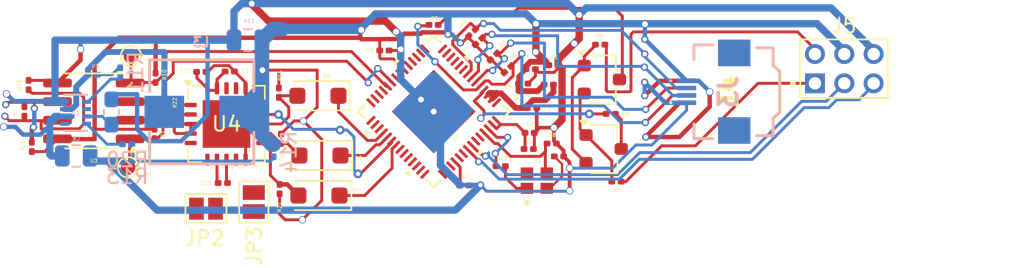
<source format=kicad_pcb>
(kicad_pcb (version 20240108) (generator "pcbnew") (generator_version "8.0")
  (layers (0 "F.Cu" signal) (31 "B.Cu" signal) (34 "B.Paste" user) (35 "F.Paste" user) (36 "B.SilkS" user "B.Silkscreen") (37 "F.SilkS" user "F.Silkscreen") (38 "B.Mask" user) (39 "F.Mask" user) (44 "Edge.Cuts" user))
  (net 0 "")
  (net 1 "/VDD3.3")
  (net 2 "GND")
  (net 3 "Net-(C12-Pad1)")
  (net 4 "/XTAL_N")
  (net 5 "Net-(R13-Pad2)")
  (net 7 "/SDA0")
  (net 8 "/GPIO0")
  (net 9 "/SCL1")
  (net 10 "/SDA1")
  (net 11 "Net-(Q1-Pad1)")
  (net 12 "Net-(Q1-Pad2)")
  (net 13 "Net-(Q1-Pad3)")
  (net 14 "Net-(Q2-Pad3)")
  (net 15 "/RX")
  (net 16 "/TX")
  (net 17 "A")
  (net 18 "B")
  (net 19 "Net-(R12-Pad1)")
  (net 20 "/XTAL_P")
  (net 21 "/DTR")
  (net 22 "/RTS")
  (net 23 "/CHIP_PU")
  (net 36 "/RX1")
  (net 48 "/TX1")
  (net 58 "Net-(C9-Pad1)")
  (net 59 "Net-(U2-SW)")
  (net 60 "Net-(U2-SS)")
  (net 61 "24V")
  (net 62 "Net-(U2-BST)")
  (net 63 "Net-(U2-FB)")
  (net 69 "/DE")
  (net 70 "/RE")
  (net 74 "Net-(JP3-B)")
  (net 75 "Net-(JP2-A)")
  (net 76 "Net-(D1-A)")
  (net 77 "Net-(D2-A)")
  (net 78 "/SCLK")
  (net 79 "/CS")
  (net 81 "Net-(D3-A)")
  (net 82 "Net-(JP1-C)")
  (net 83 "Net-(JP1-A)")
  (net 84 "Net-(JP3-A)")
  (net 85 "Net-(U4-ISENSOR)")
  (net 86 "Net-(U4-BIAS)")
  (net 87 "/MOSI")
  (net 89 "/MISO")
  (footprint "Resistor_SMD:R_0201_0603Metric" (layer "F.Cu") (at 135.4 100.21 180)
    (property "Reference" "R6")
    (property "Value" "10k" (hide yes))
  )
  (footprint "Resistor_SMD:R_0201_0603Metric" (layer "F.Cu") (at 96.44 102.97 90)
    (property "Reference" "R18" (hide yes))
    (property "Value" "20k" (hide yes))
  )
  (footprint "Resistor_SMD:R_0201_0603Metric" (layer "F.Cu") (at 128.136048 101.023952 45)
    (property "Reference" "R3" (hide yes))
    (property "Value" "10k" (hide yes))
  )
  (footprint "Resistor_SMD:R_0201_0603Metric" (layer "F.Cu") (at 105.094724 102.475276 -90)
    (property "Reference" "R10")
    (property "Value" "10K" (hide yes))
  )
  (footprint "Capacitor_SMD:C_0201_0603Metric" (layer "F.Cu") (at 132.1 106.96)
    (property "Reference" "C18" (hide yes))
    (property "Value" "0.1uF" (hide yes))
  )
  (footprint "Capacitor_SMD:C_0201_0603Metric" (layer "F.Cu") (at 108.21 102.07)
    (property "Reference" "C10")
    (property "Value" "0.1uF" (hide yes))
  )
  (footprint "Capacitor_SMD:C_0201_0603Metric" (layer "F.Cu") (at 130.755 104.53)
    (property "Reference" "C6" (hide yes))
    (property "Value" "0.1uF" (hide yes))
  )
  (footprint "digikey-footprints:ESP32 S3FN8_7X7_EXP-" (layer "F.Cu") (at 124.052739 104.779694 -135)
    (property "Reference" "U1")
    (property "Value" "ESP32-S3FN8" (hide yes))
  )
  (footprint "Capacitor_SMD:C_0201_0603Metric" (layer "F.Cu") (at 126.14 109.82)
    (property "Reference" "C7" (hide yes))
    (property "Value" "0.1uF" (hide yes))
  )
  (footprint "Jumper:SolderJumper-2_P1.3mm_Open_Pad1.0x1.5mm" (layer "F.Cu") (at 111.79 110.96 -90)
    (property "Reference" "JP3")
    (property "Value" "SolderJumper_2_Open" (hide yes))
  )
  (footprint "Diode_SMD:D_SOD-123F" (layer "F.Cu") (at 116.3 107.78 180)
    (property "Reference" "D2")
    (property "Value" "1N4148W" (hide yes))
  )
  (footprint "Package_TO_SOT_SMD:SC-59" (layer "F.Cu") (at 135.515 102.59)
    (property "Reference" "Q2" (hide yes))
    (property "Value" "L8050QLT1G" (hide yes))
  )
  (footprint "Capacitor_SMD:C_0201_0603Metric" (layer "F.Cu") (at 130.155 102.87)
    (property "Reference" "C5" (hide yes))
    (property "Value" "0.1uF" (hide yes))
  )
  (footprint "Capacitor_SMD:C_0201_0603Metric" (layer "F.Cu") (at 130.665 101.88)
    (property "Reference" "C2" (hide yes))
    (property "Value" "1uF" (hide yes))
  )
  (footprint "Package_SO:SOIC-8_3.9x4.9mm_P1.27mm" (layer "F.Cu") (at 100.885 104.735 180)
    (property "Reference" "U3")
    (property "Value" "THVD1420D" (hide yes))
  )
  (footprint "digikey-footprints:XTAL_ECS-400-10-37B2-CKM-TR" (layer "F.Cu") (at 131.085 109.495)
    (property "Reference" "Y2")
    (property "Value" "ECS-400-10-37B2-CKM-TR" (hide yes))
  )
  (footprint "Package_DFN_QFN:TQFN-20-1EP_5x5mm_P0.65mm_EP3.25x3.25mm" (layer "F.Cu") (at 109.93 105.6275)
    (property "Reference" "U4")
    (property "Value" "MAX31865xTP" (hide yes))
  )
  (footprint "Resistor_SMD:R_0201_0603Metric" (layer "F.Cu") (at 129.096048 101.893952 45)
    (property "Reference" "R2" (hide yes))
    (property "Value" "10k" (hide yes))
  )
  (footprint "Resistor_SMD:R_0201_0603Metric" (layer "F.Cu") (at 96.66 107.192776 90)
    (property "Reference" "R16")
    (property "Value" "20k" (hide yes))
  )
  (footprint "Resistor_SMD:R_0201_0603Metric" (layer "F.Cu") (at 105.024724 106.305276 -90)
    (property "Reference" "R1")
    (property "Value" "10K" (hide yes))
  )
  (footprint "Resistor_SMD:R_0201_0603Metric" (layer "F.Cu") (at 106.37 105.265 -90)
    (property "Reference" "R22")
    (property "Value" "400R" (hide yes))
  )
  (footprint "Capacitor_SMD:C_0201_0603Metric" (layer "F.Cu") (at 110.15 102.04)
    (property "Reference" "C11")
    (property "Value" "0.1uF" (hide yes))
  )
  (footprint "Inductor_SMD:L_0201_0603Metric" (layer "F.Cu") (at 131.895 102.94)
    (property "Reference" "L1" (hide yes))
    (property "Value" "2.0nH" (hide yes))
  )
  (footprint "Capacitor_SMD:C_0201_0603Metric" (layer "F.Cu") (at 109.68 109.6575)
    (property "Reference" "C13")
    (property "Value" "10uF" (hide yes))
  )
  (footprint "Resistor_SMD:R_0201_0603Metric" (layer "F.Cu") (at 96.154724 104.77 -90)
    (property "Reference" "R17" (hide yes))
    (property "Value" "120R" (hide yes))
  )
  (footprint "Resistor_SMD:R_0201_0603Metric" (layer "F.Cu") (at 128.62 108.51 180)
    (property "Reference" "R12" (hide yes))
    (property "Value" "22R" (hide yes))
  )
  (footprint "M22_2520305:HARWIN_M22-2520305" (layer "F.Cu") (at 152.04 101.85)
    (property "Reference" "J5")
    (property "Value" "M22-2520305")
  )
  (footprint "KiCad:FFC2B3504T" (layer "F.Cu") (at 144.465 103.42 90)
    (property "Reference" "J4")
    (property "Value" "FFC2B35-04-T" (hide yes))
  )
  (footprint "Resistor_SMD:R_0201_0603Metric" (layer "F.Cu") (at 113.5 103.49 -90)
    (property "Reference" "R15")
    (property "Value" "10k" (hide yes))
  )
  (footprint "TestPoint:TestPoint_Pad_D1.0mm" (layer "F.Cu") (at 103.42 101)
    (property "Reference" "TP3")
    (property "Value" "TestPoint" (hide yes))
  )
  (footprint "Resistor_SMD:R_0201_0603Metric" (layer "F.Cu") (at 136.12 104.94 180)
    (property "Reference" "R8")
    (property "Value" "0R" (hide yes))
  )
  (footprint "Resistor_SMD:R_0201_0603Metric" (layer "F.Cu") (at 113.64 106.635 -90)
    (property "Reference" "R19")
    (property "Value" "10k" (hide yes))
  )
  (footprint "TestPoint:TestPoint_Pad_D1.0mm" (layer "F.Cu") (at 103.22 108.59)
    (property "Reference" "TP1")
    (property "Value" "TestPoint" (hide yes))
  )
  (footprint "Diode_SMD:D_SOD-123F" (layer "F.Cu") (at 116.16 103.7 180)
    (property "Reference" "D3")
    (property "Value" "1N4148W" (hide yes))
  )
  (footprint "Resistor_SMD:R_0201_0603Metric" (layer "F.Cu") (at 126.67 99.39 45)
    (property "Reference" "R5" (hide yes))
    (property "Value" "10k" (hide yes))
  )
  (footprint "Package_TO_SOT_SMD:SC-59" (layer "F.Cu") (at 135.635 107.33)
    (property "Reference" "Q1" (hide yes))
    (property "Value" "L8050QLT1G" (hide yes))
  )
  (footprint "Diode_SMD:D_SOD-123F" (layer "F.Cu") (at 116.23 110.51 180)
    (property "Reference" "D1")
    (property "Value" "1N4148W" (hide yes))
  )
  (footprint "Resistor_SMD:R_0201_0603Metric" (layer "F.Cu") (at 113.55 110.075 90)
    (property "Reference" "R21")
    (property "Value" "10k" (hide yes))
  )
  (footprint "Capacitor_SMD:C_0201_0603Metric" (layer "F.Cu") (at 132.215 101.61)
    (property "Reference" "C1" (hide yes))
    (property "Value" "10uF" (hide yes))
  )
  (footprint "Resistor_SMD:R_0201_0603Metric" (layer "F.Cu") (at 127.126048 99.973952 45)
    (property "Reference" "R4" (hide yes))
    (property "Value" "10k" (hide yes))
  )
  (footprint "Jumper:SolderJumper-2_P1.3mm_Open_Pad1.0x1.5mm" (layer "F.Cu") (at 108.53 111.41)
    (property "Reference" "JP2")
    (property "Value" "SolderJumper_2_Open" (hide yes))
  )
  (footprint "Capacitor_SMD:C_0201_0603Metric" (layer "F.Cu") (at 130.53 107.34)
    (property "Reference" "C4" (hide yes))
    (property "Value" "10uF" (hide yes))
  )
  (footprint "Resistor_SMD:R_0201_0603Metric" (layer "F.Cu") (at 124.045 98.86 180)
    (property "Reference" "R9" (hide yes))
    (property "Value" "0R" (hide yes))
  )
  (footprint "Resistor_SMD:R_0201_0603Metric" (layer "F.Cu") (at 136.51 109.56 180)
    (property "Reference" "R7")
    (property "Value" "10k" (hide yes))
  )
  (footprint "Capacitor_SMD:C_0201_0603Metric" (layer "F.Cu") (at 130.595 106.23)
    (property "Reference" "C3" (hide yes))
    (property "Value" "1uF" (hide yes))
  )
  (footprint "Capacitor_SMD:C_0201_0603Metric" (layer "F.Cu") (at 120.695 100.61)
    (property "Reference" "C19" (hide yes))
    (property "Value" "0.1uF" (hide yes))
  )
  (footprint "Capacitor_SMD:C_0201_0603Metric" (layer "F.Cu") (at 132.595 107.84)
    (property "Reference" "C12" (hide yes))
    (property "Value" "0.1uF" (hide yes))
  )
  (footprint "Resistor_SMD:R_0201_0603Metric" (layer "B.Cu") (at 102.685 102.11 90)
    (property "Reference" "R11")
    (property "Value" "20R")
  )
  (footprint "Capacitor_SMD:C_0805_2012Metric" (layer "B.Cu") (at 111.39 99.9 180)
    (property "Reference" "C14")
    (property "Value" "44µF" (hide yes))
  )
  (footprint "HCI:WE-HCI_7050" (layer "B.Cu") (at 108.24 104.8 180)
    (property "Reference" "L3")
    (property "Value" "3.3µH" (hide yes))
  )
  (footprint "Resistor_SMD:R_0201_0603Metric" (layer "B.Cu") (at 113.14 107.5425 90)
    (property "Reference" "R14")
    (property "Value" "40.2K")
  )
  (footprint "KiCad:FFC2B3504T" (layer "B.Cu") (at 144.465 103.43 -90)
    (property "Reference" "J3")
    (property "Value" "FFC2B35-04-T" (hide yes))
  )
  (footprint "Capacitor_SMD:C_0201_0603Metric" (layer "B.Cu") (at 100.8275 102.26 180)
    (property "Reference" "C9")
    (property "Value" "1µF")
  )
  (footprint "Resistor_SMD:R_0201_0603Metric" (layer "B.Cu") (at 103.1575 107.01)
    (property "Reference" "R20")
    (property "Value" "20K")
  )
  (footprint "Resistor_SMD:R_0201_0603Metric" (layer "B.Cu") (at 103.1575 108.16)
    (property "Reference" "R13")
    (property "Value" "13K")
  )
  (footprint "Capacitor_SMD:C_0805_2012Metric" (layer "B.Cu") (at 99.685 107.81)
    (property "Reference" "C8")
    (property "Value" "22µF" (hide yes))
  )
  (footprint "Capacitor_SMD:C_0603_1608Metric_Pad1.08x0.95mm_HandSolder" (layer "B.Cu") (at 102.085 104.81 90)
    (property "Reference" "C25" (hide yes))
    (property "Value" "6.8nF" (hide yes))
  )
  (footprint "footprints12:SOT583_MP2393" (layer "B.Cu") (at 99.6343 104.860001)
    (property "Reference" "U2")
    (property "Value" "MP2393GTL-P" (hide yes))
  )
  (segment (start 131.02 100.695) (end 131 100.715) (width 0.3) (layer "F.Cu") (net 1))
  (segment (start 113.93 112.17) (end 115.1 112.17) (width 0.2) (layer "F.Cu") (net 1))
  (segment (start 120.375 99.915) (end 120.37 99.91) (width 0.2) (layer "F.Cu") (net 1))
  (segment (start 131.135 103.38) (end 131.575 102.94) (width 0.4) (layer "F.Cu") (net 1))
  (segment (start 119.04 99.27) (end 119.04 99.74) (width 0.3) (layer "F.Cu") (net 1))
  (segment (start 123.267107 99.37) (end 124.89 99.37) (width 0.3) (layer "F.Cu") (net 1))
  (segment (start 100.94 101.4) (end 100.94 106.66) (width 0.3) (layer "F.Cu") (net 1))
  (segment (start 126.899774 100.240226) (end 127.909774 101.250226) (width 0.2) (layer "F.Cu") (net 1))
  (segment (start 125.97 100.09) (end 126.443726 99.616274) (width 0.2) (layer "F.Cu") (net 1))
  (segment (start 105.094724 102.155276) (end 105.094724 99.75) (width 0.3) (layer "F.Cu") (net 1))
  (segment (start 130.275 106.23) (end 130.275 107.275) (width 0.2) (layer "F.Cu") (net 1))
  (segment (start 109.28 102.59) (end 109.83 102.04) (width 0.2) (layer "F.Cu") (net 1))
  (segment (start 126.443726 99.744178) (end 126.899774 100.200226) (width 0.2) (layer "F.Cu") (net 1))
  (segment (start 138.51 106.52) (end 138.51 106.485) (width 0.3) (layer "F.Cu") (net 1))
  (segment (start 127.909774 101.250226) (end 127.999774 101.250226) (width 0.2) (layer "F.Cu") (net 1))
  (segment (start 114.535 105.42) (end 113.64 106.315) (width 0.2) (layer "F.Cu") (net 1))
  (segment (start 105.094724 99.75) (end 105.104724 99.74) (width 0.3) (layer "F.Cu") (net 1))
  (segment (start 125.858453 109.781547) (end 125.858453 108.565307) (width 0.2) (layer "F.Cu") (net 1))
  (segment (start 100.905 106.665) (end 100.07 106.665) (width 0.3) (layer "F.Cu") (net 1))
  (segment (start 142.865 104.45) (end 142.865 103.43) (width 0.3) (layer "F.Cu") (net 1))
  (segment (start 120.45 99.83) (end 121.697106 99.83) (width 0.3) (layer "F.Cu") (net 1))
  (segment (start 128.653131 103.539665) (end 129.643466 104.53) (width 0.4) (layer "F.Cu") (net 1))
  (segment (start 122.067106 99.46) (end 123.177107 99.46) (width 0.3) (layer "F.Cu") (net 1))
  (segment (start 121.697106 99.83) (end 122.067106 99.46) (width 0.3) (layer "F.Cu") (net 1))
  (segment (start 127.999774 101.250226) (end 128.869774 102.120226) (width 0.2) (layer "F.Cu") (net 1))
  (segment (start 129.835 103.069999) (end 129.84 103.074999) (width 0.4) (layer "F.Cu") (net 1))
  (segment (start 100.91 106.66) (end 100.905 106.665) (width 0.2) (layer "F.Cu") (net 1))
  (segment (start 108.75 103.33) (end 109.28 103.33) (width 0.2) (layer "F.Cu") (net 1))
  (segment (start 129.835 102.87) (end 129.835 103.069999) (width 0.4) (layer "F.Cu") (net 1))
  (segment (start 98.22 106.76) (end 98.31 106.67) (width 0.2) (layer "F.Cu") (net 1))
  (segment (start 127.868016 103.51) (end 128.374374 103.51) (width 0.4) (layer "F.Cu") (net 1))
  (segment (start 129.643466 104.53) (end 130.435 104.53) (width 0.4) (layer "F.Cu") (net 1))
  (segment (start 119.04 99.74) (end 119.14 99.84) (width 0.3) (layer "F.Cu") (net 1))
  (segment (start 128.049591 103.894113) (end 128.404039 103.539665) (width 0.4) (layer "F.Cu") (net 1))
  (segment (start 107.91 102.17) (end 107.91 102.49) (width 0.2) (layer "F.Cu") (net 1))
  (segment (start 120.375 100.61) (end 120.375 99.915) (width 0.2) (layer "F.Cu") (net 1))
  (segment (start 105.024724 105.985276) (end 100.94 105.985276) (width 0.2) (layer "F.Cu") (net 1))
  (segment (start 121.301572 101.18) (end 120.45 101.18) (width 0.2) (layer "F.Cu") (net 1))
  (segment (start 124.89 99.37) (end 125.025 99.505) (width 0.3) (layer "F.Cu") (net 1))
  (segment (start 131.665 101.38) (end 130.645001 101.38) (width 0.4) (layer "F.Cu") (net 1))
  (segment (start 130.435 104.371544) (end 130.806544 104) (width 0.4) (layer "F.Cu") (net 1))
  (segment (start 126.899774 100.089774) (end 126.899774 100.200226) (width 0.2) (layer "F.Cu") (net 1))
  (segment (start 129.710275 105.665275) (end 128.615275 105.665275) (width 0.2) (layer "F.Cu") (net 1))
  (segment (start 115.17 105.42) (end 114.535 105.42) (width 0.2) (layer "F.Cu") (net 1))
  (segment (start 130.645001 101.38) (end 130.345 101.680001) (width 0.4) (layer "F.Cu") (net 1))
  (segment (start 125.858453 108.565307) (end 125.504005 108.210859) (width 0.2) (layer "F.Cu") (net 1))
  (segment (start 116.1 101.95) (end 116.11 101.96) (width 0.2) (layer "F.Cu") (net 1))
  (segment (start 120.45 101.18) (end 120.375 101.105) (width 0.2) (layer "F.Cu") (net 1))
  (segment (start 100.07 106.665) (end 98.375 106.665) (width 0.3) (layer "F.Cu") (net 1))
  (segment (start 131.665 101.38) (end 131.895 101.61) (width 0.4) (layer "F.Cu") (net 1))
  (segment (start 113.55 110.395) (end 113.55 111.79) (width 0.2) (layer "F.Cu") (net 1))
  (segment (start 128.324316 105.94) (end 128.049591 105.665275) (width 0.2) (layer "F.Cu") (net 1))
  (segment (start 130.345 101.88) (end 129.835 102.39) (width 0.3) (layer "F.Cu") (net 1))
  (segment (start 131 100.715) (end 131.665 101.38) (width 0.5) (layer "F.Cu") (net 1))
  (segment (start 119.14 99.84) (end 120.3 99.84) (width 0.3) (layer "F.Cu") (net 1))
  (segment (start 126.899774 100.200226) (end 126.899774 100.240226) (width 0.2) (layer "F.Cu") (net 1))
  (segment (start 126.443726 99.616274) (end 126.443726 99.744178) (width 0.3) (layer "F.Cu") (net 1))
  (segment (start 129.84 103.074999) (end 129.84 103.38) (width 0.4) (layer "F.Cu") (net 1))
  (segment (start 100.94 106.66) (end 100.91 106.66) (width 0.2) (layer "F.Cu") (net 1))
  (segment (start 116.42 110.85) (end 115.1 112.17) (width 0.2) (layer "F.Cu") (net 1))
  (segment (start 113.5 103.17) (end 113.5 101.99) (width 0.2) (layer "F.Cu") (net 1))
  (segment (start 102.6 99.74) (end 100.94 101.4) (width 0.3) (layer "F.Cu") (net 1))
  (segment (start 119.04 99.74) (end 105.104724 99.74) (width 0.3) (layer "F.Cu") (net 1))
  (segment (start 128.404039 103.539665) (end 128.653131 103.539665) (width 0.4) (layer "F.Cu") (net 1))
  (segment (start 128.374374 103.51) (end 128.404039 103.539665) (width 0.4) (layer "F.Cu") (net 1))
  (segment (start 130.806544 104) (end 131.67 104) (width 0.4) (layer "F.Cu") (net 1))
  (segment (start 113.55 111.79) (end 113.93 112.17) (width 0.2) (layer "F.Cu") (net 1))
  (segment (start 120.375 101.105) (end 120.375 100.61) (width 0.2) (layer "F.Cu") (net 1))
  (segment (start 122.035786 101.914214) (end 121.301572 101.18) (width 0.2) (layer "F.Cu") (net 1))
  (segment (start 96.66 107.512776) (end 97.537224 107.512776) (width 0.2) (layer "F.Cu") (net 1))
  (segment (start 138.51 106.485) (end 140.815 104.18) (width 0.3) (layer "F.Cu") (net 1))
  (segment (start 132.215 103.455) (end 132.215 102.94) (width 0.4) (layer "F.Cu") (net 1))
  (segment (start 125.87 100.09) (end 125.97 100.09) (width 0.3) (layer "F.Cu") (net 1))
  (segment (start 97.537224 107.512776) (end 98.41 106.64) (width 0.2) (layer "F.Cu") (net 1))
  (segment (start 128.34055 105.94) (end 128.324316 105.94) (width 0.2) (layer "F.Cu") (net 1))
  (segment (start 113.46 101.95) (end 112.38 101.95) (width 0.2) (layer "F.Cu") (net 1))
  (segment (start 140.815 104.18) (end 141.29 104.18) (width 0.3) (layer "F.Cu") (net 1))
  (segment (start 113.5 101.99) (end 113.46 101.95) (width 0.2) (layer "F.Cu") (net 1))
  (segment (start 116.11 104.48) (end 115.17 105.42) (width 0.2) (layer "F.Cu") (net 1))
  (segment (start 109.28 103.33) (end 109.28 102.59) (width 0.2) (layer "F.Cu") (net 1))
  (segment (start 130.275 107.275) (end 130.21 107.34) (width 0.2) (layer "F.Cu") (net 1))
  (segment (start 120.37 99.91) (end 120.45 99.83) (width 0.3) (layer "F.Cu") (net 1))
  (segment (start 113.46 101.95) (end 116.1 101.95) (width 0.2) (layer "F.Cu") (net 1))
  (segment (start 116.42 106.67) (end 116.42 110.85) (width 0.2) (layer "F.Cu") (net 1))
  (segment (start 125.82 109.82) (end 125.858453 109.781547) (width 0.2) (layer "F.Cu") (net 1))
  (segment (start 129.84 103.38) (end 131.135 103.38) (width 0.4) (layer "F.Cu") (net 1))
  (segment (start 120.3 99.84) (end 120.37 99.91) (width 0.3) (layer "F.Cu") (net 1))
  (segment (start 130.435 104.53) (end 130.435 104.371544) (width 0.4) (layer "F.Cu") (net 1))
  (segment (start 123.177107 99.46) (end 123.267107 99.37) (width 0.3) (layer "F.Cu") (net 1))
  (segment (start 131.67 104) (end 132.215 103.455) (width 0.4) (layer "F.Cu") (net 1))
  (segment (start 105.104724 99.74) (end 102.6 99.74) (width 0.3) (layer "F.Cu") (net 1))
  (segment (start 130.345 101.680001) (end 130.345 101.88) (width 0.4) (layer "F.Cu") (net 1))
  (segment (start 138.51 106.52) (end 140.795 106.52) (width 0.3) (layer "F.Cu") (net 1))
  (segment (start 116.11 101.96) (end 116.11 104.48) (width 0.2) (layer "F.Cu") (net 1))
  (segment (start 100.94 105.985276) (end 100.94 104.11) (width 0.2) (layer "F.Cu") (net 1))
  (segment (start 107.91 102.49) (end 108.75 103.33) (width 0.2) (layer "F.Cu") (net 1))
  (segment (start 128.615275 105.665275) (end 128.34055 105.94) (width 0.2) (layer "F.Cu") (net 1))
  (segment (start 140.795 106.52) (end 142.865 104.45) (width 0.3) (layer "F.Cu") (net 1))
  (segment (start 115.17 105.42) (end 116.42 106.67) (width 0.2) (layer "F.Cu") (net 1))
  (segment (start 127.766747 103.611269) (end 127.868016 103.51) (width 0.4) (layer "F.Cu") (net 1))
  (segment (start 129.835 102.39) (end 129.835 102.87) (width 0.3) (layer "F.Cu") (net 1))
  (segment (start 131.02 98.78) (end 131.02 100.695) (width 0.5) (layer "F.Cu") (net 1))
  (segment (start 130.275 106.23) (end 129.710275 105.665275) (width 0.2) (layer "F.Cu") (net 1))
  (segment (start 119.11 99.2) (end 119.04 99.27) (width 0.3) (layer "F.Cu") (net 1))
  (via (at 138.44 99.845) (size 0.5) (drill 0.3) (layers "F.Cu" "B.Cu") (net 1))
  (via (at 115.17 105.42) (size 0.5) (drill 0.4) (layers "F.Cu" "B.Cu") (net 1))
  (via (at 115.1 112.17) (size 0.5) (drill 0.4) (layers "F.Cu" "B.Cu") (net 1))
  (via (at 131 100.715) (size 0.5) (drill 0.4) (layers "F.Cu" "B.Cu") (net 1))
  (via (at 138.45 98.81) (size 0.5) (drill 0.4) (layers "F.Cu" "B.Cu") (net 1))
  (via (at 119.11 99.2) (size 0.5) (drill 0.4) (layers "F.Cu" "B.Cu") (net 1))
  (via (at 142.865 103.43) (size 0.5) (drill 0.4) (layers "F.Cu" "B.Cu") (net 1))
  (via (at 125.025 99.505) (size 0.5) (drill 0.3) (layers "F.Cu" "B.Cu") (net 1))
  (via (at 131.02 98.78) (size 0.5) (drill 0.4) (layers "F.Cu" "B.Cu") (net 1))
  (via (at 125.87 100.09) (size 0.5) (drill 0.3) (layers "F.Cu" "B.Cu") (net 1))
  (via (at 138.51 106.52) (size 0.5) (drill 0.3) (layers "F.Cu" "B.Cu") (net 1))
  (via (at 112.38 101.95) (size 0.5) (drill 0.4) (layers "F.Cu" "B.Cu") (net 1))
  (segment (start 130.35 98.11) (end 120.09 98.11) (width 0.5) (layer "B.Cu") (net 1))
  (segment (start 113.08 99.16) (end 113.71 99.16) (width 1) (layer "B.Cu") (net 1))
  (segment (start 131.02 98.78) (end 130.35 98.11) (width 0.5) (layer "B.Cu") (net 1))
  (segment (start 138.5 99.785) (end 138.44 99.845) (width 0.2) (layer "B.Cu") (net 1))
  (segment (start 142.865 103.43) (end 142.115 102.68) (width 0.3) (layer "B.Cu") (net 1))
  (segment (start 131.02 98.78) (end 138.42 98.78) (width 0.5) (layer "B.Cu") (net 1))
  (segment (start 138.48 98.78) (end 150.18 98.78) (width 0.5) (layer "B.Cu") (net 1))
  (segment (start 120.09 98.11) (end 119.24 98.96) (width 0.5) (layer "B.Cu") (net 1))
  (segment (start 141.285 102.68) (end 141.29 102.68) (width 0.3) (layer "B.Cu") (net 1))
  (segment (start 125.025 99.505) (end 125.025 98.125) (width 0.5) (layer "B.Cu") (net 1))
  (segment (start 125.025 99.505) (end 125.285 99.505) (width 0.3) (layer "B.Cu") (net 1))
  (segment (start 138.45 98.81) (end 138.45 99.735) (width 0.3) (layer "B.Cu") (net 1))
  (segment (start 110.79 104.8) (end 110.79 104.86) (width 0.3) (layer "B.Cu") (net 1))
  (segment (start 152.13 100.73) (end 152.36 100.73) (width 0.5) (layer "B.Cu") (net 1))
  (segment (start 113.0225 107.0325) (end 112.165 106.175) (width 1) (layer "B.Cu") (net 1))
  (segment (start 125.285 99.505) (end 125.87 100.09) (width 0.3) (layer "B.Cu") (net 1))
  (segment (start 119.05 99.14) (end 113.78 99.14) (width 0.7) (layer "B.Cu") (net 1))
  (segment (start 112.34 99.9) (end 113.08 99.16) (width 1) (layer "B.Cu") (net 1))
  (segment (start 138.44 99.845) (end 138.45 99.845) (width 0.3) (layer "B.Cu") (net 1))
  (segment (start 113.14 107.0325) (end 113.0225 107.0325) (width 1) (layer "B.Cu") (net 1))
  (segment (start 112.34 103.25) (end 110.79 104.8) (width 1) (layer "B.Cu") (net 1))
  (segment (start 150.18 98.78) (end 152.13 100.73) (width 0.5) (layer "B.Cu") (net 1))
  (segment (start 112.34 99.9) (end 112.34 103.25) (width 1) (layer "B.Cu") (net 1))
  (segment (start 138.42 98.78) (end 138.45 98.81) (width 0.5) (layer "B.Cu") (net 1))
  (segment (start 138.45 98.81) (end 138.48 98.78) (width 0.5) (layer "B.Cu") (net 1))
  (segment (start 138.45 99.735) (end 138.5 99.785) (width 0.3) (layer "B.Cu") (net 1))
  (segment (start 110.79 104.8) (end 112.165 106.175) (width 1) (layer "B.Cu") (net 1))
  (segment (start 112.34 106) (end 112.165 106.175) (width 1) (layer "B.Cu") (net 1))
  (segment (start 110.79 104.86) (end 110.865 104.86) (width 0.2) (layer "B.Cu") (net 1))
  (segment (start 110.79 104.8) (end 111.53 104.8) (width 1) (layer "B.Cu") (net 1))
  (segment (start 112.34 103.25) (end 112.34 106) (width 1) (layer "B.Cu") (net 1))
  (segment (start 138.45 99.845) (end 141.285 102.68) (width 0.3) (layer "B.Cu") (net 1))
  (segment (start 142.115 102.68) (end 141.29 102.68) (width 0.3) (layer "B.Cu") (net 1))
  (segment (start 130.915 107.275) (end 130.85 107.34) (width 0.2) (layer "F.Cu") (net 2))
  (segment (start 98.23 102.65) (end 98.41 102.83) (width 0.2) (layer "F.Cu") (net 2))
  (segment (start 120.76 98.6) (end 112.8 98.6) (width 0.5) (layer "F.Cu") (net 2))
  (segment (start 131.265 105.88) (end 131.075 106.07) (width 0.25) (layer "F.Cu") (net 2))
  (segment (start 111.23 108.065) (end 111.23 102.8) (width 0.2) (layer "F.Cu") (net 2))
  (segment (start 133.32 108.64) (end 133.32 110.31) (width 0.25) (layer "F.Cu") (net 2))
  (segment (start 99.98 100.53) (end 99.98 101.26) (width 0.3) (layer "F.Cu") (net 2))
  (segment (start 133.97 98.18) (end 133.97 99.79) (width 0.5) (layer "F.Cu") (net 2))
  (segment (start 99.98 101.26) (end 98.41 102.83) (width 0.3) (layer "F.Cu") (net 2))
  (segment (start 98.31 102.86) (end 98.28 102.83) (width 0.2) (layer "F.Cu") (net 2))
  (segment (start 133.97 99.79) (end 133.63 100.13) (width 0.5) (layer "F.Cu") (net 2))
  (segment (start 132.25 106.79) (end 132.25 105.88) (width 0.25) (layer "F.Cu") (net 2))
  (segment (start 111.23 104.3275) (end 109.93 105.6275) (width 0.2) (layer "F.Cu") (net 2))
  (segment (start 111.23 102.8) (end 110.47 102.04) (width 0.2) (layer "F.Cu") (net 2))
  (segment (start 133.32 110.31) (end 133.32 110.19) (width 0.2) (layer "F.Cu") (net 2))
  (segment (start 126.48 109.8) (end 126.46 109.82) (width 0.3) (layer "F.Cu") (net 2))
  (segment (start 132.915 107.455) (end 132.42 106.96) (width 0.25) (layer "F.Cu") (net 2))
  (segment (start 132.8 101.875) (end 132.645 101.72) (width 0.5) (layer "F.Cu") (net 2))
  (segment (start 130.985 101.88) (end 131.212036 102.107036) (width 0.2) (layer "F.Cu") (net 2))
  (segment (start 112.3675 104.3275) (end 111.23 104.3275) (width 0.2) (layer "F.Cu") (net 2))
  (segment (start 132.8 105.33) (end 132.8 101.875) (width 0.5) (layer "F.Cu") (net 2))
  (segment (start 110.087036 101.64) (end 110.47 102.022964) (width 0.2) (layer "F.Cu") (net 2))
  (segment (start 111.68 97.48) (end 111.64 97.48) (width 0.5) (layer "F.Cu") (net 2))
  (segment (start 127.24 109.8) (end 126.48 109.8) (width 0.3) (layer "F.Cu") (net 2))
  (segment (start 132.535 101.825) (end 132.535 101.61) (width 0.2) (layer "F.Cu") (net 2))
  (segment (start 138.44 103.695) (end 139.455 102.68) (width 0.3) (layer "F.Cu") (net 2))
  (segment (start 132.915 107.84) (end 132.915 107.455) (width 0.25) (layer "F.Cu") (net 2))
  (segment (start 121.72 100.61) (end 121.8 100.53) (width 0.2) (layer "F.Cu") (net 2))
  (segment (start 132.535 101.225) (end 133.63 100.13) (width 0.5) (layer "F.Cu") (net 2))
  (segment (start 133.32 108.64) (end 133.32 108.245) (width 0.25) (layer "F.Cu") (net 2))
  (segment (start 131.075 106.07) (end 130.915 106.23) (width 0.3) (layer "F.Cu") (net 2))
  (segment (start 108.55 102.17) (end 109.08 101.64) (width 0.2) (layer "F.Cu") (net 2))
  (segment (start 132.252964 102.107036) (end 132.535 101.825) (width 0.2) (layer "F.Cu") (net 2))
  (segment (start 130.475 102.87) (end 130.985 102.36) (width 0.2) (layer "F.Cu") (net 2))
  (segment (start 131.212036 102.107036) (end 132.252964 102.107036) (width 0.2) (layer "F.Cu") (net 2))
  (segment (start 109.08 101.64) (end 110.087036 101.64) (width 0.2) (layer "F.Cu") (net 2))
  (segment (start 96.44 102.65) (end 98.23 102.65) (width 0.2) (layer "F.Cu") (net 2))
  (segment (start 130.915 106.23) (end 130.915 107.275) (width 0.2) (layer "F.Cu") (net 2))
  (segment (start 130.985 102.36) (end 130.985 101.88) (width 0.2) (layer "F.Cu") (net 2))
  (segment (start 132.42 106.96) (end 132.25 106.79) (width 0.25) (layer "F.Cu") (net 2))
  (segment (start 131 104.605) (end 131.075 104.53) (width 0.25) (layer "F.Cu") (net 2))
  (segment (start 139.455 102.68) (end 141.29 102.68) (width 0.3) (layer "F.Cu") (net 2))
  (segment (start 110.47 102.022964) (end 110.47 102.04) (width 0.2) (layer "F.Cu") (net 2))
  (segment (start 131.075 104.53) (end 131.075 106.07) (width 0.25) (layer "F.Cu") (net 2))
  (segment (start 121.49 99.33) (end 120.76 98.6) (width 0.5) (layer "F.Cu") (net 2))
  (segment (start 132.25 105.88) (end 131.265 105.88) (width 0.25) (layer "F.Cu") (net 2))
  (segment (start 132.535 101.61) (end 132.535 101.225) (width 0.5) (layer "F.Cu") (net 2))
  (segment (start 132.645 101.72) (end 132.535 101.61) (width 0.2) (layer "F.Cu") (net 2))
  (segment (start 132.645 105.485) (end 132.8 105.33) (width 0.5) (layer "F.Cu") (net 2))
  (segment (start 121.015 100.61) (end 121.72 100.61) (width 0.2) (layer "F.Cu") (net 2))
  (segment (start 133.32 108.245) (end 132.915 107.84) (width 0.25) (layer "F.Cu") (net 2))
  (segment (start 112.8 98.6) (end 111.68 97.48) (width 0.5) (layer "F.Cu") (net 2))
  (segment (start 132.25 105.88) (end 132.645 105.485) (width 0.5) (layer "F.Cu") (net 2))
  (via (at 133.97 98.18) (size 0.5) (drill 0.4) (layers "F.Cu" "B.Cu") (net 2))
  (via (at 132.25 105.88) (size 0.5) (drill 0.4) (layers "F.Cu" "B.Cu") (net 2))
  (via (at 121.49 99.33) (size 0.5) (drill 0.4) (layers "F.Cu" "B.Cu") (net 2))
  (via (at 124.052739 104.779694) (size 0.5) (drill 0.4) (layers "F.Cu" "B.Cu") (net 2))
  (via (at 133.32 108.64) (size 0.5) (drill 0.4) (layers "F.Cu" "B.Cu") (net 2))
  (via (at 99.98 100.53) (size 0.5) (drill 0.4) (layers "F.Cu" "B.Cu") (net 2))
  (via (at 111.65 97.41) (size 0.5) (drill 0.4) (layers "F.Cu" "B.Cu") (net 2))
  (via (at 133.63 100.13) (size 0.5) (drill 0.4) (layers "F.Cu" "B.Cu") (net 2))
  (via (at 94.93 103.57) (size 0.5) (drill 0.4) (layers "F.Cu" "B.Cu") (net 2))
  (via (at 133.32 110.19) (size 0.5) (drill 0.4) (layers "F.Cu" "B.Cu") (net 2))
  (via (at 127.24 109.8) (size 0.5) (drill 0.3) (layers "F.Cu" "B.Cu") (net 2))
  (via (at 138.43 102.775) (size 0.5) (drill 0.3) (layers "F.Cu" "B.Cu") (net 2))
  (via (at 123.18 103.96) (size 0.5) (drill 0.4) (layers "F.Cu" "B.Cu") (net 2))
  (via (at 138.44 103.695) (size 0.5) (drill 0.3) (layers "F.Cu" "B.Cu") (net 2))
  (via (at 121.8 100.53) (size 0.5) (drill 0.4) (layers "F.Cu" "B.Cu") (net 2))
  (segment (start 99.98 99.92) (end 100 99.9) (width 0.3) (layer "B.Cu") (net 2))
  (segment (start 98.24 99.9) (end 98.24 103.91) (width 0.5) (layer "B.Cu") (net 2))
  (segment (start 137.825 107.07) (end 137.835 107.06) (width 0.2) (layer "B.Cu") (net 2))
  (segment (start 121.8 99.64) (end 121.8 102.526955) (width 0.5) (layer "B.Cu") (net 2))
  (segment (start 108.34 99.9) (end 100 99.9) (width 0.5) (layer "B.Cu") (net 2))
  (segment (start 138.43 102.775) (end 138.44 102.785) (width 0.3) (layer "B.Cu") (net 2))
  (segment (start 124.515 108.446969) (end 124.515 105.241955) (width 0.5) (layer "B.Cu") (net 2))
  (segment (start 110.44 97.93) (end 110.44 98.5) (width 0.5) (layer "B.Cu") (net 2))
  (segment (start 127.66 110.22) (end 127.24 109.8) (width 0.2) (layer "B.Cu") (net 2))
  (segment (start 121.8 102.526955) (end 121.8 102.58) (width 0.3) (layer "B.Cu") (net 2))
  (segment (start 110.94 97.43) (end 110.44 97.93) (width 0.5) (layer "B.Cu") (net 2))
  (segment (start 127.24 109.8) (end 125.53 111.51) (width 0.5) (layer "B.Cu") (net 2))
  (segment (start 110.44 98.3) (end 110.44 98.5) (width 0.2) (layer "B.Cu") (net 2))
  (segment (start 97.7 104.11) (end 97.67 104.08) (width 0.3) (layer "B.Cu") (net 2))
  (segment (start 125.868031 109.8) (end 124.515 108.446969) (width 0.5) (layer "B.Cu") (net 2))
  (segment (start 133.32 110.19) (end 133.29 110.22) (width 0.2) (layer "B.Cu") (net 2))
  (segment (start 154.17 100.73) (end 154.36 100.73) (width 0.5) (layer "B.Cu") (net 2))
  (segment (start 108.64 100) (end 108.64 105) (width 0.3) (layer "B.Cu") (net 2))
  (segment (start 100.82 107.81) (end 100.94 107.81) (width 0.3) (layer "B.Cu") (net 2))
  (segment (start 108.44 100) (end 108.54 99.9) (width 0.3) (layer "B.Cu") (net 2))
  (segment (start 100 99.9) (end 98.24 99.9) (width 0.5) (layer "B.Cu") (net 2))
  (segment (start 103.84 106) (end 103.84 103.6) (width 0.3) (layer "B.Cu") (net 2))
  (segment (start 110.44 99.9) (end 110.44 98.5) (width 0.5) (layer "B.Cu") (net 2))
  (segment (start 102.4325 103.6) (end 102.085 103.9475) (width 0.3) (layer "B.Cu") (net 2))
  (segment (start 108.64 105) (end 106.84 106.8) (width 0.3) (layer "B.Cu") (net 2))
  (segment (start 124.052739 104.779694) (end 124.129694 104.779694) (width 0.3) (layer "B.Cu") (net 2))
  (segment (start 133.29 110.22) (end 127.66 110.22) (width 0.2) (layer "B.Cu") (net 2))
  (segment (start 133.97 98.18) (end 134.45 97.7) (width 0.5) (layer "B.Cu") (net 2))
  (segment (start 103.84 103.6) (end 102.4325 103.6) (width 0.3) (layer "B.Cu") (net 2))
  (segment (start 124.515 105.241955) (end 124.052739 104.779694) (width 0.5) (layer "B.Cu") (net 2))
  (segment (start 121.8 102.58) (end 123.18 103.96) (width 0.5) (layer "B.Cu") (net 2))
  (segment (start 138.43 102.775) (end 139.835 104.18) (width 0.3) (layer "B.Cu") (net 2))
  (segment (start 94.93 103.57) (end 95.42 104.06) (width 0.3) (layer "B.Cu") (net 2))
  (segment (start 127.24 109.8) (end 125.868031 109.8) (width 0.3) (layer "B.Cu") (net 2))
  (segment (start 108.54 99.9) (end 110.44 99.9) (width 0.5) (layer "B.Cu") (net 2))
  (segment (start 134.45 97.7) (end 151.14 97.7) (width 0.5) (layer "B.Cu") (net 2))
  (segment (start 102.75 108.16) (end 101.84 108.16) (width 0.5) (layer "B.Cu") (net 2))
  (segment (start 141.29 104.695) (end 141.29 104.18) (width 0.2) (layer "B.Cu") (net 2))
  (segment (start 136.255 108.64) (end 137.835 107.06) (width 0.2) (layer "B.Cu") (net 2))
  (segment (start 100.985 108.16) (end 100.635 107.81) (width 0.4) (layer "B.Cu") (net 2))
  (segment (start 133.32 108.64) (end 136.255 108.64) (width 0.2) (layer "B.Cu") (net 2))
  (segment (start 108.34 99.9) (end 108.44 100) (width 0.3) (layer "B.Cu") (net 2))
  (segment (start 110.96 97.41) (end 110.94 97.43) (width 0.5) (layer "B.Cu") (net 2))
  (segment (start 121.49 99.33) (end 121.8 99.64) (width 0.5) (layer "B.Cu") (net 2))
  (segment (start 151.14 97.7) (end 154.17 100.73) (width 0.5) (layer "B.Cu") (net 2))
  (segment (start 104.64 106.8) (end 103.84 106) (width 0.3) (layer "B.Cu") (net 2))
  (segment (start 137.835 107.06) (end 138.925 107.06) (width 0.2) (layer "B.Cu") (net 2))
  (segment (start 99.98 100.53) (end 99.98 99.92) (width 0.3) (layer "B.Cu") (net 2))
  (segment (start 138.44 102.785) (end 138.44 103.695) (width 0.3) (layer "B.Cu") (net 2))
  (segment (start 133.2 97.41) (end 110.96 97.41) (width 0.5) (layer "B.Cu") (net 2))
  (segment (start 95.42 104.06) (end 98.37 104.06) (width 0.3) (layer "B.Cu") (net 2))
  (segment (start 101.84 108.16) (end 100.985 108.16) (width 0.5) (layer "B.Cu") (net 2))
  (segment (start 138.925 107.06) (end 141.29 104.695) (width 0.2) (layer "B.Cu") (net 2))
  (segment (start 133.97 98.18) (end 133.2 97.41) (width 0.5) (layer "B.Cu") (net 2))
  (segment (start 139.835 104.18) (end 141.29 104.18) (width 0.3) (layer "B.Cu") (net 2))
  (segment (start 98.885 104.11) (end 97.7 104.11) (width 0.5) (layer "B.Cu") (net 2))
  (segment (start 105.19 111.51) (end 101.84 108.16) (width 0.5) (layer "B.Cu") (net 2))
  (segment (start 125.53 111.51) (end 105.19 111.51) (width 0.5) (layer "B.Cu") (net 2))
  (segment (start 106.84 106.8) (end 104.64 106.8) (width 0.3) (layer "B.Cu") (net 2))
  (segment (start 108.64 100) (end 108.44 100) (width 0.3) (layer "B.Cu") (net 2))
  (segment (start 132.275 107.84) (end 132.8 108.365) (width 0.15) (layer "F.Cu") (net 3))
  (segment (start 132.8 108.365) (end 132.8 109.2) (width 0.15) (layer "F.Cu") (net 3))
  (segment (start 132.8 109.2) (end 131.98 110.02) (width 0.15) (layer "F.Cu") (net 3))
  (segment (start 131.98 110.02) (end 131.76 110.02) (width 0.15) (layer "F.Cu") (net 3))
  (segment (start 131.33 107.84) (end 129.298947 107.84) (width 0.2) (layer "F.Cu") (net 4))
  (segment (start 131.76 108.97) (end 131.66 108.87) (width 0.2) (layer "F.Cu") (net 4))
  (segment (start 131.67 107.5) (end 131.33 107.84) (width 0.2) (layer "F.Cu") (net 4))
  (segment (start 131.66 107.51) (end 131.67 107.5) (width 0.2) (layer "F.Cu") (net 4))
  (segment (start 128.418947 106.96) (end 128.212944 106.96) (width 0.2) (layer "F.Cu") (net 4))
  (segment (start 131.67 107.07) (end 131.78 106.96) (width 0.2) (layer "F.Cu") (net 4))
  (segment (start 129.298947 107.84) (end 128.418947 106.96) (width 0.2) (layer "F.Cu") (net 4))
  (segment (start 128.212944 106.96) (end 127.483905 106.230961) (width 0.2) (layer "F.Cu") (net 4))
  (segment (start 131.67 107.5) (end 131.67 107.07) (width 0.2) (layer "F.Cu") (net 4))
  (segment (start 131.66 108.87) (end 131.66 107.51) (width 0.2) (layer "F.Cu") (net 4))
  (segment (start 113.14 107.95) (end 113.18 107.95) (width 0.2) (layer "B.Cu") (net 5))
  (segment (start 113.14 107.95) (end 112.93 108.16) (width 0.2) (layer "B.Cu") (net 5))
  (segment (start 112.93 108.16) (end 103.565 108.16) (width 0.2) (layer "B.Cu") (net 5))
  (segment (start 113.18 107.95) (end 113.19 107.96) (width 0.2) (layer "B.Cu") (net 5))
  (segment (start 103.565 108.16) (end 103.565 107.01) (width 0.2) (layer "B.Cu") (net 5))
  (segment (start 128.87 101.17) (end 128.734644 101.17) (width 0.2) (layer "F.Cu") (net 7))
  (segment (start 128.734644 101.17) (end 128.362322 100.797678) (width 0.2) (layer "F.Cu") (net 7))
  (segment (start 127.710958 101.97) (end 126.918218 102.76274) (width 0.2) (layer "F.Cu") (net 7))
  (segment (start 128.602322 100.797678) (end 128.362322 100.797678) (width 0.2) (layer "F.Cu") (net 7))
  (segment (start 138.5 104.63) (end 139.95 103.18) (width 0.2) (layer "F.Cu") (net 7))
  (segment (start 128.07 101.97) (end 127.710958 101.97) (width 0.2) (layer "F.Cu") (net 7))
  (segment (start 139.95 103.18) (end 141.29 103.18) (width 0.2) (layer "F.Cu") (net 7))
  (segment (start 129.3 100.1) (end 128.602322 100.797678) (width 0.2) (layer "F.Cu") (net 7))
  (via (at 138.5 104.63) (size 0.5) (drill 0.3) (layers "F.Cu" "B.Cu") (net 7))
  (via (at 129.3 100.1) (size 0.5) (drill 0.3) (layers "F.Cu" "B.Cu") (net 7))
  (via (at 128.87 101.17) (size 0.5) (drill 0.3) (layers "F.Cu" "B.Cu") (net 7))
  (via (at 128.07 101.97) (size 0.5) (drill 0.3) (layers "F.Cu" "B.Cu") (net 7))
  (segment (start 131.6 100.1) (end 131.6 103.8) (width 0.2) (layer "B.Cu") (net 7))
  (segment (start 137.01 104.63) (end 138.5 104.63) (width 0.2) (layer "B.Cu") (net 7))
  (segment (start 136.18 103.8) (end 137.01 104.63) (width 0.2) (layer "B.Cu") (net 7))
  (segment (start 131.6 103.8) (end 136.18 103.8) (width 0.2) (layer "B.Cu") (net 7))
  (segment (start 129.3 100.1) (end 131.6 100.1) (width 0.2) (layer "B.Cu") (net 7))
  (segment (start 128.07 101.97) (end 128.87 101.17) (width 0.2) (layer "B.Cu") (net 7))
  (segment (start 128.023464 102.91) (end 128.89 102.91) (width 0.2) (layer "F.Cu") (net 8))
  (segment (start 129.463743 101.809099) (end 129.322322 101.667678) (width 0.2) (layer "F.Cu") (net 8))
  (segment (start 127.201062 103.045586) (end 127.55551 102.691138) (width 0.2) (layer "F.Cu") (net 8))
  (segment (start 123.01 98.92) (end 123.705 98.92) (width 0.2) (layer "F.Cu") (net 8))
  (segment (start 130.06 100.82) (end 130.06 100.93) (width 0.2) (layer "F.Cu") (net 8))
  (segment (start 129.463743 102.336257) (end 129.463743 101.809099) (width 0.2) (layer "F.Cu") (net 8))
  (segment (start 140.33 103.68) (end 141.29 103.68) (width 0.2) (layer "F.Cu") (net 8))
  (segment (start 127.55551 102.691138) (end 127.804602 102.691138) (width 0.2) (layer "F.Cu") (net 8))
  (segment (start 126.070031 103.300031) (end 124.14 101.37) (width 0.2) (layer "F.Cu") (net 8))
  (segment (start 130.06 100.93) (end 129.322322 101.667678) (width 0.2) (layer "F.Cu") (net 8))
  (segment (start 122.97 98.96) (end 123.01 98.92) (width 0.2) (layer "F.Cu") (net 8))
  (segment (start 127.804602 102.691138) (end 128.023464 102.91) (width 0.2) (layer "F.Cu") (net 8))
  (segment (start 128.89 102.91) (end 129.463743 102.336257) (width 0.2) (layer "F.Cu") (net 8))
  (segment (start 138.48 105.53) (end 140.33 103.68) (width 0.2) (layer "F.Cu") (net 8))
  (segment (start 122.97 98.96) (end 122.97 98.81) (width 0.2) (layer "F.Cu") (net 8))
  (segment (start 126.946617 103.300031) (end 126.070031 103.300031) (width 0.2) (layer "F.Cu") (net 8))
  (segment (start 123.705 98.92) (end 123.795 98.83) (width 0.2) (layer "F.Cu") (net 8))
  (segment (start 127.201063 103.045585) (end 126.946617 103.300031) (width 0.2) (layer "F.Cu") (net 8))
  (via (at 124.14 101.37) (size 0.5) (drill 0.3) (layers "F.Cu" "B.Cu") (net 8))
  (via (at 138.48 105.53) (size 0.5) (drill 0.3) (layers "F.Cu" "B.Cu") (net 8))
  (via (at 122.97 98.96) (size 0.5) (drill 0.3) (layers "F.Cu" "B.Cu") (net 8))
  (via (at 130.06 100.82) (size 0.5) (drill 0.3) (layers "F.Cu" "B.Cu") (net 8))
  (segment (start 136.81 105.53) (end 135.67 104.39) (width 0.2) (layer "B.Cu") (net 8))
  (segment (start 130.06 100.82) (end 130.06 104.26) (width 0.2) (layer "B.Cu") (net 8))
  (segment (start 122.97 98.96) (end 122.97 100.2) (width 0.2) (layer "B.Cu") (net 8))
  (segment (start 135.67 104.39) (end 130.21 104.39) (width 0.2) (layer "B.Cu") (net 8))
  (segment (start 138.48 105.53) (end 136.81 105.53) (width 0.2) (layer "B.Cu") (net 8))
  (segment (start 130.1 100.86) (end 130.06 100.82) (width 0.2) (layer "B.Cu") (net 8))
  (segment (start 130.06 104.26) (end 130.2 104.4) (width 0.2) (layer "B.Cu") (net 8))
  (segment (start 122.97 100.2) (end 124.14 101.37) (width 0.2) (layer "B.Cu") (net 8))
  (segment (start 127.07 101.23) (end 127.10698 101.26698) (width 0.2) (layer "F.Cu") (net 9))
  (segment (start 127.10698 101.26698) (end 127.10698 102.008294) (width 0.2) (layer "F.Cu") (net 9))
  (segment (start 127.87 100.29) (end 127.87 100.265356) (width 0.2) (layer "F.Cu") (net 9))
  (segment (start 127.87 100.265356) (end 127.352322 99.747678) (width 0.2) (layer "F.Cu") (net 9))
  (segment (start 127.6 99.5) (end 127.352322 99.747678) (width 0.2) (layer "F.Cu") (net 9))
  (segment (start 127.10698 102.008294) (end 126.635376 102.479898) (width 0.2) (layer "F.Cu") (net 9))
  (segment (start 128.02 99.5) (end 127.6 99.5) (width 0.2) (layer "F.Cu") (net 9))
  (via (at 127.87 100.29) (size 0.5) (drill 0.3) (layers "F.Cu" "B.Cu") (net 9))
  (via (at 128.02 99.5) (size 0.5) (drill 0.3) (layers "F.Cu" "B.Cu") (net 9))
  (via (at 127.07 101.23) (size 0.5) (drill 0.3) (layers "F.Cu" "B.Cu") (net 9))
  (via (at 138.415 101.74) (size 0.5) (drill 0.3) (layers "F.Cu" "B.Cu") (net 9))
  (segment (start 138.415 101.74) (end 140.355 103.68) (width 0.2) (layer "B.Cu") (net 9))
  (segment (start 140.355 103.68) (end 141.29 103.68) (width 0.2) (layer "B.Cu") (net 9))
  (segment (start 132.5 101.68) (end 132.51 101.69) (width 0.2) (layer "B.Cu") (net 9))
  (segment (start 127.07 101.23) (end 127.07 101.09) (width 0.2) (layer "B.Cu") (net 9))
  (segment (start 138.365 101.69) (end 138.415 101.74) (width 0.2) (layer "B.Cu") (net 9))
  (segment (start 132.5 99.61) (end 132.5 101.68) (width 0.2) (layer "B.Cu") (net 9))
  (segment (start 138.35 101.675) (end 138.415 101.74) (width 0.2) (layer "B.Cu") (net 9))
  (segment (start 138.305 101.63) (end 138.415 101.74) (width 0.2) (layer "B.Cu") (net 9))
  (segment (start 128.12 99.6) (end 132.49 99.6) (width 0.2) (layer "B.Cu") (net 9))
  (segment (start 132.49 99.6) (end 132.5 99.61) (width 0.2) (layer "B.Cu") (net 9))
  (segment (start 128.02 99.5) (end 128.12 99.6) (width 0.2) (layer "B.Cu") (net 9))
  (segment (start 132.51 101.69) (end 138.365 101.69) (width 0.2) (layer "B.Cu") (net 9))
  (segment (start 127.07 101.09) (end 127.87 100.29) (width 0.2) (layer "B.Cu") (net 9))
  (segment (start 126.606983 101.46338) (end 126.606983 101.942607) (width 0.2) (layer "F.Cu") (net 10))
  (segment (start 126.606983 101.942607) (end 126.352534 102.197056) (width 0.2) (layer "F.Cu") (net 10))
  (segment (start 125.35 100.206397) (end 126.606983 101.46338) (width 0.2) (layer "F.Cu") (net 10))
  (segment (start 127.29 98.77) (end 126.896274 99.163726) (width 0.2) (layer "F.Cu") (net 10))
  (segment (start 126.896274 99.163726) (end 126.896274 99.066274) (width 0.2) (layer "F.Cu") (net 10))
  (segment (start 125.35 99.96) (end 125.35 100.206397) (width 0.2) (layer "F.Cu") (net 10))
  (segment (start 127.45 98.77) (end 127.29 98.77) (width 0.2) (layer "F.Cu") (net 10))
  (segment (start 126.54 98.77) (end 125.35 99.96) (width 0.2) (layer "F.Cu") (net 10))
  (segment (start 126.896274 99.066274) (end 126.6 98.77) (width 0.2) (layer "F.Cu") (net 10))
  (segment (start 126.6 98.77) (end 126.54 98.77) (width 0.2) (layer "F.Cu") (net 10))
  (via (at 127.45 98.77) (size 0.5) (drill 0.3) (layers "F.Cu" "B.Cu") (net 10))
  (via (at 138.44 100.845) (size 0.5) (drill 0.3) (layers "F.Cu" "B.Cu") (net 10))
  (segment (start 128.596397 99.23) (end 136.825 99.23) (width 0.2) (layer "B.Cu") (net 10))
  (segment (start 136.825 99.23) (end 138.44 100.845) (width 0.2) (layer "B.Cu") (net 10))
  (segment (start 140.59 103.18) (end 141.29 103.18) (width 0.2) (layer "B.Cu") (net 10))
  (segment (start 138.44 100.845) (end 138.44 100.875) (width 0.3) (layer "B.Cu") (net 10))
  (segment (start 128.136397 98.77) (end 128.596397 99.23) (width 0.2) (layer "B.Cu") (net 10))
  (segment (start 138.44 100.845) (end 138.44 101.03) (width 0.2) (layer "B.Cu") (net 10))
  (segment (start 127.45 98.77) (end 128.136397 98.77) (width 0.2) (layer "B.Cu") (net 10))
  (segment (start 138.44 101.03) (end 140.59 103.18) (width 0.2) (layer "B.Cu") (net 10))
  (segment (start 134.435 106.38) (end 134.03 105.975) (width 0.2) (layer "F.Cu") (net 11))
  (segment (start 136.19 108.135) (end 134.435 106.38) (width 0.2) (layer "F.Cu") (net 11))
  (segment (start 136.19 109.56) (end 136.19 108.135) (width 0.2) (layer "F.Cu") (net 11))
  (segment (start 134.03 103.825) (end 134.315 103.54) (width 0.2) (layer "F.Cu") (net 11))
  (segment (start 134.03 105.975) (end 134.03 103.825) (width 0.2) (layer "F.Cu") (net 11))
  (segment (start 133.5 107.345) (end 133.5 102.455) (width 0.2) (layer "F.Cu") (net 12))
  (segment (start 133.5 102.455) (end 134.315 101.64) (width 0.2) (layer "F.Cu") (net 12))
  (segment (start 134.435 108.28) (end 133.5 107.345) (width 0.2) (layer "F.Cu") (net 12))
  (segment (start 134.315 101.02) (end 135.115 100.22) (width 0.2) (layer "F.Cu") (net 12))
  (segment (start 134.315 101.64) (end 134.315 101.02) (width 0.2) (layer "F.Cu") (net 12))
  (segment (start 136.835 107.33) (end 136.835 105.335) (width 0.2) (layer "F.Cu") (net 13))
  (segment (start 136.835 105.335) (end 136.44 104.94) (width 0.2) (layer "F.Cu") (net 13))
  (segment (start 136.38 97.73) (end 129.8 97.73) (width 0.2) (layer "F.Cu") (net 14))
  (segment (start 129.32 98.21) (end 125.13 98.21) (width 0.2) (layer "F.Cu") (net 14))
  (segment (start 136.91 102.395) (end 136.715 102.59) (width 0.3) (layer "F.Cu") (net 14))
  (segment (start 136.91 102.395) (end 136.91 98.26) (width 0.2) (layer "F.Cu") (net 14))
  (segment (start 136.91 98.26) (end 136.38 97.73) (width 0.2) (layer "F.Cu") (net 14))
  (segment (start 125.045 98.22) (end 124.435 98.83) (width 0.2) (layer "F.Cu") (net 14))
  (segment (start 125.13 98.21) (end 125.12 98.22) (width 0.2) (layer "F.Cu") (net 14))
  (segment (start 129.8 97.73) (end 129.32 98.21) (width 0.2) (layer "F.Cu") (net 14))
  (segment (start 125.12 98.22) (end 125.045 98.22) (width 0.2) (layer "F.Cu") (net 14))
  (segment (start 127.453938 107.7) (end 127.25589 107.7) (width 0.2) (layer "F.Cu") (net 15))
  (segment (start 127.25589 107.7) (end 126.802945 107.247055) (width 0.2) (layer "F.Cu") (net 15))
  (segment (start 127.576055 107.822117) (end 127.453938 107.7) (width 0.2) (layer "F.Cu") (net 15))
  (via (at 127.576055 107.822117) (size 0.5) (drill 0.3) (layers "F.Cu" "B.Cu") (net 15))
  (segment (start 127.576055 107.822117) (end 127.802513 107.595659) (width 0.2) (layer "B.Cu") (net 15))
  (segment (start 127.802513 107.595659) (end 127.802513 107.828492) (width 0.2) (layer "B.Cu") (net 15))
  (segment (start 127.802513 107.828492) (end 129.064021 109.09) (width 0.2) (layer "B.Cu") (net 15))
  (segment (start 150.81 104.08) (end 152.04 102.85) (width 0.2) (layer "B.Cu") (net 15))
  (segment (start 129.064021 109.09) (end 136.59 109.09) (width 0.2) (layer "B.Cu") (net 15))
  (segment (start 145.63 107.58) (end 149.13 104.08) (width 0.2) (layer "B.Cu") (net 15))
  (segment (start 138.1 107.58) (end 145.63 107.58) (width 0.2) (layer "B.Cu") (net 15))
  (segment (start 149.13 104.08) (end 150.81 104.08) (width 0.2) (layer "B.Cu") (net 15))
  (segment (start 136.59 109.09) (end 138.1 107.58) (width 0.2) (layer "B.Cu") (net 15))
  (segment (start 127.11 108.2) (end 127.11 108.119796) (width 0.2) (layer "F.Cu") (net 16))
  (segment (start 127.11 108.119796) (end 126.352535 107.362331) (width 0.2) (layer "F.Cu") (net 16))
  (via (at 127.11 108.2) (size 0.5) (drill 0.3) (layers "F.Cu" "B.Cu") (net 16))
  (segment (start 150.99 104.51) (end 151.53 103.97) (width 0.2) (layer "B.Cu") (net 16))
  (segment (start 153.04 103.97) (end 154.04 102.97) (width 0.2) (layer "B.Cu") (net 16))
  (segment (start 128.507541 109.39) (end 136.714264 109.39) (width 0.2) (layer "B.Cu") (net 16))
  (segment (start 154.04 102.97) (end 154.04 102.85) (width 0.2) (layer "B.Cu") (net 16))
  (segment (start 127.11 108.2) (end 127.317541 108.2) (width 0.2) (layer "B.Cu") (net 16))
  (segment (start 127.317541 108.2) (end 128.507541 109.39) (width 0.2) (layer "B.Cu") (net 16))
  (segment (start 138.064264 108.04) (end 145.78 108.04) (width 0.2) (layer "B.Cu") (net 16))
  (segment (start 145.78 108.04) (end 149.31 104.51) (width 0.2) (layer "B.Cu") (net 16))
  (segment (start 149.31 104.51) (end 150.99 104.51) (width 0.2) (layer "B.Cu") (net 16))
  (segment (start 151.53 103.97) (end 153.04 103.97) (width 0.2) (layer "B.Cu") (net 16))
  (segment (start 136.714264 109.39) (end 138.064264 108.04) (width 0.2) (layer "B.Cu") (net 16))
  (segment (start 95.032224 104.147776) (end 96.154724 104.147776) (width 0.2) (layer "F.Cu") (net 17))
  (segment (start 96.83 104.570276) (end 96.83 104.15) (width 0.2) (layer "F.Cu") (net 17))
  (segment (start 96.154724 104.147776) (end 97.59 104.147776) (width 0.2) (layer "F.Cu") (net 17))
  (segment (start 96.154724 104.45) (end 96.154724 104.147776) (width 0.2) (layer "F.Cu") (net 17))
  (segment (start 96.66 105.96) (end 96.77 105.85) (width 0.3) (layer "F.Cu") (net 17))
  (segment (start 94.88 104.3) (end 95.032224 104.147776) (width 0.2) (layer "F.Cu") (net 17))
  (segment (start 96.66 106.872776) (end 96.66 105.96) (width 0.3) (layer "F.Cu") (net 17))
  (via (at 96.83 104.570276) (size 0.5) (drill 0.3) (layers "F.Cu" "B.Cu") (net 17))
  (via (at 96.77 105.85) (size 0.5) (drill 0.3) (layers "F.Cu" "B.Cu") (net 17))
  (via (at 94.88 104.3) (size 0.5) (drill 0.3) (layers "F.Cu" "B.Cu") (net 17))
  (segment (start 96.83 105.79) (end 96.77 105.85) (width 0.3) (layer "B.Cu") (net 17))
  (segment (start 96.83 104.570276) (end 96.83 105.79) (width 0.3) (layer "B.Cu") (net 17))
  (segment (start 100.19 103.81) (end 100.19 105.65) (width 0.2) (layer "F.Cu") (net 18))
  (segment (start 99.91 103.53) (end 100.19 103.81) (width 0.2) (layer "F.Cu") (net 18))
  (segment (start 96.154724 105.09) (end 96.154724 105.39) (width 0.2) (layer "F.Cu") (net 18))
  (segment (start 99.88 105.96) (end 97.3 105.96) (width 0.2) (layer "F.Cu") (net 18))
  (segment (start 96.68 103.53) (end 99.91 103.53) (width 0.2) (layer "F.Cu") (net 18))
  (segment (start 96.44 103.29) (end 96.68 103.53) (width 0.2) (layer "F.Cu") (net 18))
  (segment (start 95.12 105.4) (end 98.31 105.4) (width 0.2) (layer "F.Cu") (net 18))
  (segment (start 94.82 105.1) (end 95.12 105.4) (width 0.2) (layer "F.Cu") (net 18))
  (segment (start 100.19 105.65) (end 99.88 105.96) (width 0.2) (layer "F.Cu") (net 18))
  (segment (start 97.3 105.96) (end 97.3 105.4) (width 0.2) (layer "F.Cu") (net 18))
  (via (at 94.82 105.1) (size 0.5) (drill 0.3) (layers "F.Cu" "B.Cu") (net 18))
  (segment (start 129.69 110.02) (end 128.94 109.27) (width 0.2) (layer "F.Cu") (net 19))
  (segment (start 130.41 110.02) (end 129.69 110.02) (width 0.2) (layer "F.Cu") (net 19))
  (segment (start 128.94 109.27) (end 128.94 108.51) (width 0.2) (layer "F.Cu") (net 19))
  (segment (start 129.09 106.54) (end 128.358628 106.54) (width 0.2) (layer "F.Cu") (net 20))
  (segment (start 128.358628 106.54) (end 127.766747 105.948119) (width 0.2) (layer "F.Cu") (net 20))
  (segment (start 128.3 107.689582) (end 128.252513 107.642095) (width 0.2) (layer "F.Cu") (net 20))
  (segment (start 128.3 108.51) (end 128.3 107.689582) (width 0.2) (layer "F.Cu") (net 20))
  (via (at 129.09 106.54) (size 0.5) (drill 0.3) (layers "F.Cu" "B.Cu") (net 20))
  (via (at 128.252513 107.642095) (size 0.5) (drill 0.3) (layers "F.Cu" "B.Cu") (net 20))
  (segment (start 129.09 106.54) (end 129.09 106.804608) (width 0.2) (layer "B.Cu") (net 20))
  (segment (start 129.09 106.804608) (end 128.252513 107.642095) (width 0.2) (layer "B.Cu") (net 20))
  (segment (start 146.16 102.85) (end 150.04 102.85) (width 0.2) (layer "F.Cu") (net 21))
  (segment (start 139.59 107.12) (end 141.89 107.12) (width 0.2) (layer "F.Cu") (net 21))
  (segment (start 141.89 107.12) (end 146.16 102.85) (width 0.2) (layer "F.Cu") (net 21))
  (segment (start 136.83 109.56) (end 137.15 109.56) (width 0.2) (layer "F.Cu") (net 21))
  (segment (start 137.15 109.56) (end 139.59 107.12) (width 0.2) (layer "F.Cu") (net 21))
  (segment (start 137.42 103.43) (end 137.5 103.35) (width 0.2) (layer "F.Cu") (net 22))
  (segment (start 137.665 99.34) (end 148.86 99.34) (width 0.2) (layer "F.Cu") (net 22))
  (segment (start 150.25 100.73) (end 150.36 100.73) (width 0.2) (layer "F.Cu") (net 22))
  (segment (start 135.91 103.43) (end 137.42 103.43) (width 0.2) (layer "F.Cu") (net 22))
  (segment (start 137.5 99.505) (end 137.665 99.34) (width 0.2) (layer "F.Cu") (net 22))
  (segment (start 135.82 103.34) (end 135.91 103.43) (width 0.2) (layer "F.Cu") (net 22))
  (segment (start 135.82 100.285) (end 135.82 103.34) (width 0.2) (layer "F.Cu") (net 22))
  (segment (start 148.86 99.34) (end 150.25 100.73) (width 0.2) (layer "F.Cu") (net 22))
  (segment (start 135.755 100.22) (end 135.82 100.285) (width 0.2) (layer "F.Cu") (net 22))
  (segment (start 137.5 103.35) (end 137.5 99.505) (width 0.2) (layer "F.Cu") (net 22))
  (segment (start 127.48 104.72) (end 126.822332 104.062332) (width 0.2) (layer "F.Cu") (net 23))
  (segment (start 126.822332 104.062332) (end 127.366746 103.517918) (width 0.2) (layer "F.Cu") (net 23))
  (segment (start 127.48 104.81) (end 127.48 104.75) (width 0.15) (layer "F.Cu") (net 23))
  (segment (start 127.48 104.75) (end 127.48 104.72) (width 0.2) (layer "F.Cu") (net 23))
  (segment (start 134.655 104.94) (end 135.8 104.94) (width 0.2) (layer "F.Cu") (net 23))
  (segment (start 127.48 105.01) (end 127.26 105.23) (width 0.2) (layer "F.Cu") (net 23))
  (segment (start 127.48 104.81) (end 127.48 105.01) (width 0.2) (layer "F.Cu") (net 23))
  (segment (start 127.366746 103.517918) (end 127.366746 103.445586) (width 0.2) (layer "F.Cu") (net 23))
  (via (at 127.26 105.23) (size 0.5) (drill 0.34) (layers "F.Cu" "B.Cu") (net 23))
  (via (at 134.655 104.94) (size 0.6) (drill 0.3) (layers "F.Cu" "B.Cu") (net 23))
  (segment (start 127.26 105.23) (end 127.56 104.93) (width 0.2) (layer "B.Cu") (net 23))
  (segment (start 127.56 104.93) (end 134.645 104.93) (width 0.2) (layer "B.Cu") (net 23))
  (segment (start 134.645 104.93) (end 134.655 104.94) (width 0.3) (layer "B.Cu") (net 23))
  (segment (start 118.443603 100.68) (end 120.809188 103.045585) (width 0.2) (layer "F.Cu") (net 36))
  (segment (start 105.804724 100.810276) (end 105.935 100.68) (width 0.2) (layer "F.Cu") (net 36))
  (segment (start 105.094724 102.795276) (end 103.394724 102.795276) (width 0.2) (layer "F.Cu") (net 36))
  (segment (start 103.34 101.04) (end 103.424724 101.124724) (width 0.2) (layer "F.Cu") (net 36))
  (segment (start 103.36 102.83) (end 103.52 102.67) (width 0.2) (layer "F.Cu") (net 36))
  (segment (start 103.424724 101.124724) (end 103.424724 102.755276) (width 0.2) (layer "F.Cu") (net 36))
  (segment (start 120.809188 103.045585) (end 120.904415 103.045585) (width 0.2) (layer "F.Cu") (net 36))
  (segment (start 105.11176 102.795276) (end 105.804724 102.102312) (width 0.2) (layer "F.Cu") (net 36))
  (segment (start 103.424724 102.755276) (end 103.325 102.855) (width 0.2) (layer "F.Cu") (net 36))
  (segment (start 105.094724 102.795276) (end 105.11176 102.795276) (width 0.2) (layer "F.Cu") (net 36))
  (segment (start 105.935 100.68) (end 118.443603 100.68) (width 0.2) (layer "F.Cu") (net 36))
  (segment (start 103.394724 102.795276) (end 103.36 102.83) (width 0.3) (layer "F.Cu") (net 36))
  (segment (start 105.804724 102.102312) (end 105.804724 100.810276) (width 0.2) (layer "F.Cu") (net 36))
  (segment (start 119.585 102.795) (end 118.13 101.34) (width 0.2) (layer "F.Cu") (net 48))
  (segment (start 119.585 102.81) (end 119.585 102.795) (width 0.2) (layer "F.Cu") (net 48))
  (segment (start 105.604724 102.855276) (end 105.604724 106.245275) (width 0.2) (layer "F.Cu") (net 48))
  (segment (start 103.07 108.5) (end 103.01 108.56) (width 0.2) (layer "F.Cu") (net 48))
  (segment (start 106.3 102.16) (end 105.604724 102.855276) (width 0.2) (layer "F.Cu") (net 48))
  (segment (start 103.01 108.61) (end 103.325 108.295) (width 0.2) (layer "F.Cu") (net 48))
  (segment (start 105.224723 106.625276) (end 105.024724 106.625276) (width 0.2) (layer "F.Cu") (net 48))
  (segment (start 105.604724 106.245275) (end 105.224723 106.625276) (width 0.2) (layer "F.Cu") (net 48))
  (segment (start 118.13 101.34) (end 106.3 101.34) (width 0.2) (layer "F.Cu") (net 48))
  (segment (start 119.585 102.81) (end 119.55 102.81) (width 0.2) (layer "F.Cu") (net 48))
  (segment (start 103.325 108.295) (end 103.325 106.665) (width 0.2) (layer "F.Cu") (net 48))
  (segment (start 120.26452 101.84) (end 121.18726 102.76274) (width 0.2) (layer "F.Cu") (net 48))
  (segment (start 120.24 101.84) (end 120.26452 101.84) (width 0.2) (layer "F.Cu") (net 48))
  (segment (start 104.794264 106.67) (end 103.26 106.67) (width 0.2) (layer "F.Cu") (net 48))
  (segment (start 103.01 108.56) (end 103.01 108.61) (width 0.2) (layer "F.Cu") (net 48))
  (segment (start 106.3 101.34) (end 106.3 102.16) (width 0.2) (layer "F.Cu") (net 48))
  (via (at 119.585 102.81) (size 0.5) (drill 0.3) (layers "F.Cu" "B.Cu") (net 48))
  (via (at 120.24 101.84) (size 0.5) (drill 0.3) (layers "F.Cu" "B.Cu") (net 48))
  (segment (start 120.24 101.9) (end 119.585 102.555) (width 0.2) (layer "B.Cu") (net 48))
  (segment (start 119.585 102.555) (end 119.585 102.81) (width 0.2) (layer "B.Cu") (net 48))
  (segment (start 120.24 101.84) (end 120.24 101.9) (width 0.2) (layer "B.Cu") (net 48))
  (segment (start 102.1275 102.26) (end 102.685 101.7025) (width 0.2) (layer "B.Cu") (net 58))
  (segment (start 101.1475 102.26) (end 102.1275 102.26) (width 0.2) (layer "B.Cu") (net 58))
  (segment (start 100.5075 102.26) (end 100.485 102.2375) (width 0.4) (layer "B.Cu") (net 59))
  (segment (start 99.685 103.0825) (end 100.5075 102.26) (width 0.4) (layer "B.Cu") (net 59))
  (segment (start 101.685 100.71) (end 105.69 100.71) (width 0.4) (layer "B.Cu") (net 59))
  (segment (start 105.69 100.71) (end 105.69 104.8) (width 0.4) (layer "B.Cu") (net 59))
  (segment (start 99.3898 104.610001) (end 99.685 104.314801) (width 0.4) (layer "B.Cu") (net 59))
  (segment (start 98.885 104.610001) (end 99.3898 104.610001) (width 0.4) (layer "B.Cu") (net 59))
  (segment (start 100.485 102.2375) (end 100.485 101.91) (width 0.4) (layer "B.Cu") (net 59))
  (segment (start 100.485 101.91) (end 101.685 100.71) (width 0.4) (layer "B.Cu") (net 59))
  (segment (start 99.685 104.314801) (end 99.685 103.0825) (width 0.4) (layer "B.Cu") (net 59))
  (segment (start 101.47 105.11) (end 100.383601 105.11) (width 0.2) (layer "B.Cu") (net 60))
  (segment (start 102.0325 105.6725) (end 101.47 105.11) (width 0.2) (layer "B.Cu") (net 60))
  (segment (start 102.085 105.266899) (end 102.085 105.6725) (width 0.2) (layer "B.Cu") (net 60))
  (segment (start 102.085 105.6725) (end 102.0325 105.6725) (width 0.2) (layer "B.Cu") (net 60))
  (segment (start 100.383601 105.11) (end 100.3836 105.110001) (width 0.2) (layer "B.Cu") (net 60))
  (via (at 94.74 105.82) (size 0.5) (drill 0.4) (layers "F.Cu" "B.Cu") (net 61))
  (segment (start 96.06 106.35) (end 97.254883 106.35) (width 0.3) (layer "B.Cu") (net 61))
  (segment (start 97.254883 106.35) (end 97.34 106.264883) (width 0.3) (layer "B.Cu") (net 61))
  (segment (start 97.885 107.71) (end 97.985 107.81) (width 0.5) (layer "B.Cu") (net 61))
  (segment (start 97.985 107.81) (end 98.735 107.81) (width 0.5) (layer "B.Cu") (net 61))
  (segment (start 97.34 106.255) (end 98.484999 105.110001) (width 0.3) (layer "B.Cu") (net 61))
  (segment (start 98.240501 105.110001) (end 97.885 105.465502) (width 0.5) (layer "B.Cu") (net 61))
  (segment (start 94.74 105.82) (end 95.53 105.82) (width 0.3) (layer "B.Cu") (net 61))
  (segment (start 99.3864 105.110001) (end 98.484999 105.110001) (width 0.4) (layer "B.Cu") (net 61))
  (segment (start 99.04 107.81) (end 98.99 107.76) (width 0.3) (layer "B.Cu") (net 61))
  (segment (start 95.53 105.82) (end 96.06 106.35) (width 0.3) (layer "B.Cu") (net 61))
  (segment (start 97.885 105.465502) (end 97.885 107.71) (width 0.5) (layer "B.Cu") (net 61))
  (segment (start 98.484999 105.110001) (end 98.240501 105.110001) (width 0.5) (layer "B.Cu") (net 61))
  (segment (start 102.035 102.56) (end 102.6425 102.56) (width 0.2) (layer "B.Cu") (net 62))
  (segment (start 100.485 104.11) (end 102.035 102.56) (width 0.2) (layer "B.Cu") (net 62))
  (segment (start 102.6425 102.56) (end 102.685 102.5175) (width 0.2) (layer "B.Cu") (net 62))
  (segment (start 102.75 107.01) (end 101.79 107.01) (width 0.2) (layer "B.Cu") (net 63))
  (segment (start 101.79 107.01) (end 100.390002 105.610002) (width 0.2) (layer "B.Cu") (net 63))
  (segment (start 100.390002 105.610002) (end 100.3836 105.610002) (width 0.2) (layer "B.Cu") (net 63))
  (segment (start 109.93 109.5875) (end 110 109.6575) (width 0.2) (layer "F.Cu") (net 74))
  (segment (start 109.93 108.065) (end 109.93 109.5875) (width 0.2) (layer "F.Cu") (net 74))
  (segment (start 109.28 108.065) (end 109.28 109.5775) (width 0.2) (layer "F.Cu") (net 75))
  (segment (start 109.28 109.5775) (end 109.36 109.6575) (width 0.2) (layer "F.Cu") (net 75))
  (segment (start 112.92 109.125) (end 113.55 109.755) (width 0.2) (layer "F.Cu") (net 76))
  (segment (start 112.92 107.15) (end 112.92 109.125) (width 0.2) (layer "F.Cu") (net 76))
  (segment (start 114.83 110.51) (end 114.075 109.755) (width 0.3) (layer "F.Cu") (net 76))
  (segment (start 114.075 109.755) (end 113.55 109.755) (width 0.3) (layer "F.Cu") (net 76))
  (segment (start 112.6975 106.9275) (end 112.92 107.15) (width 0.2) (layer "F.Cu") (net 76))
  (segment (start 112.3675 106.9275) (end 112.6975 106.9275) (width 0.2) (layer "F.Cu") (net 76))
  (segment (start 112.3675 106.2775) (end 112.945464 106.2775) (width 0.2) (layer "F.Cu") (net 77))
  (segment (start 113.64 106.955) (end 114.075 106.955) (width 0.2) (layer "F.Cu") (net 77))
  (segment (start 113.622964 106.955) (end 113.64 106.955) (width 0.2) (layer "F.Cu") (net 77))
  (segment (start 114.075 106.955) (end 114.9 107.78) (width 0.2) (layer "F.Cu") (net 77))
  (segment (start 112.945464 106.2775) (end 113.622964 106.955) (width 0.2) (layer "F.Cu") (net 77))
  (segment (start 119.38 107.78) (end 117.7 107.78) (width 0.2) (layer "F.Cu") (net 78))
  (segment (start 120.11 107.05) (end 119.38 107.78) (width 0.2) (layer "F.Cu") (net 78))
  (segment (start 120.904415 106.513803) (end 120.368218 107.05) (width 0.2) (layer "F.Cu") (net 78))
  (segment (start 120.368218 107.05) (end 120.11 107.05) (width 0.2) (layer "F.Cu") (net 78))
  (segment (start 119.53 106.75) (end 117.56 104.78) (width 0.2) (layer "F.Cu") (net 79))
  (segment (start 117.56 104.78) (end 117.56 103.7) (width 0.2) (layer "F.Cu") (net 79))
  (segment (start 120.621573 106.230961) (end 120.102534 106.75) (width 0.2) (layer "F.Cu") (net 79))
  (segment (start 120.102534 106.75) (end 119.53 106.75) (width 0.2) (layer "F.Cu") (net 79))
  (segment (start 114.76 103.7) (end 113.61 103.7) (width 0.2) (layer "F.Cu") (net 81))
  (segment (start 112.3675 105.6275) (end 113.669607 105.6275) (width 0.2) (layer "F.Cu") (net 81))
  (segment (start 113.669607 105.6275) (end 114.17 105.127107) (width 0.2) (layer "F.Cu") (net 81))
  (segment (start 113.61 103.7) (end 113.5 103.81) (width 0.2) (layer "F.Cu") (net 81))
  (segment (start 114.17 104.48) (end 113.5 103.81) (width 0.2) (layer "F.Cu") (net 81))
  (segment (start 114.17 105.127107) (end 114.17 104.48) (width 0.2) (layer "F.Cu") (net 81))
  (segment (start 106.4125 105.6275) (end 106.37 105.585) (width 0.2) (layer "F.Cu") (net 85))
  (segment (start 107.54 106.075) (end 107.5425 106.0775) (width 0.2) (layer "F.Cu") (net 85))
  (segment (start 107.4925 105.6275) (end 106.4125 105.6275) (width 0.2) (layer "F.Cu") (net 85))
  (segment (start 106.37 105.585) (end 106.37 106.16) (width 0.2) (layer "F.Cu") (net 85))
  (segment (start 107.4925 106.2775) (end 106.4875 106.2775) (width 0.2) (layer "F.Cu") (net 85))
  (segment (start 106.4875 106.2775) (end 106.37 106.16) (width 0.2) (layer "F.Cu") (net 85))
  (segment (start 107.4925 106.2775) (end 107.4925 105.6275) (width 0.2) (layer "F.Cu") (net 85))
  (segment (start 107.4925 104.9775) (end 106.4025 104.9775) (width 0.2) (layer "F.Cu") (net 86))
  (segment (start 107.4925 104.3275) (end 106.3825 104.3275) (width 0.2) (layer "F.Cu") (net 86))
  (segment (start 106.4025 104.9775) (end 106.37 104.945) (width 0.2) (layer "F.Cu") (net 86))
  (segment (start 106.3825 104.3275) (end 106.35 104.36) (width 0.2) (layer "F.Cu") (net 86))
  (segment (start 106.35 104.36) (end 106.35 104.925) (width 0.2) (layer "F.Cu") (net 86))
  (segment (start 106.35 104.925) (end 106.37 104.945) (width 0.2) (layer "F.Cu") (net 86))
  (segment (start 121.215654 108.644346) (end 119.35 110.51) (width 0.2) (layer "F.Cu") (net 87))
  (segment (start 119.35 110.51) (end 117.63 110.51) (width 0.2) (layer "F.Cu") (net 87))
  (segment (start 121.215654 107.333936) (end 121.215654 108.644346) (width 0.2) (layer "F.Cu") (net 87))
  (segment (start 121.470101 107.079489) (end 121.215654 107.333936) (width 0.2) (layer "F.Cu") (net 87))
  (segment (start 121.187259 106.902741) (end 121.187259 106.796647) (width 0.2) (layer "F.Cu") (net 89))
  (segment (start 113.47 104.9775) (end 113.58 105.0875) (width 0.2) (layer "F.Cu") (net 89))
  (segment (start 119.06 109.03) (end 121.187259 106.902741) (width 0.2) (layer "F.Cu") (net 89))
  (segment (start 118.89 109.03) (end 119.06 109.03) (width 0.2) (layer "F.Cu") (net 89))
  (segment (start 113.47 104.9775) (end 112.3675 104.9775) (width 0.2) (layer "F.Cu") (net 89))
  (via (at 118.89 109.03) (size 0.6) (drill 0.3) (layers "F.Cu" "B.Cu") (net 89))
  (via (at 113.47 104.9775) (size 0.6) (drill 0.3) (layers "F.Cu" "B.Cu") (net 89))
  (via (at 117.68 106.04) (size 0.6) (drill 0.3) (layers "F.Cu" "B.Cu") (net 89))
  (segment (start 118.89 109.03) (end 118.62 108.76) (width 0.2) (layer "B.Cu") (net 89))
  (segment (start 113.47 104.9775) (end 114.4825 105.99) (width 0.2) (layer "B.Cu") (net 89))
  (segment (start 117.63 105.99) (end 117.68 106.04) (width 0.2) (layer "B.Cu") (net 89))
  (segment (start 114.4825 105.99) (end 117.63 105.99) (width 0.2) (layer "B.Cu") (net 89))
  (segment (start 118.62 108.76) (end 118.62 106.51) (width 0.2) (layer "B.Cu") (net 89))
  (segment (start 118.15 106.04) (end 117.68 106.04) (width 0.2) (layer "B.Cu") (net 89))
  (segment (start 118.62 106.51) (end 118.15 106.04) (width 0.2) (layer "B.Cu") (net 89))
  (zone (net 2) (net_name "GND") (layers "F&B.Cu") (connect_pads (clearance 0.5)) (min_thickness 0.25) (fill yes (thermal_gap 0.5) (thermal_bridge_width 0.5))
    (polygon (pts (xy 121.22 104.78) (xy 124.06 101.92) (xy 126.88 104.75) (xy 124.07 107.65) (xy 121.2 104.75)))
  )
)
</source>
